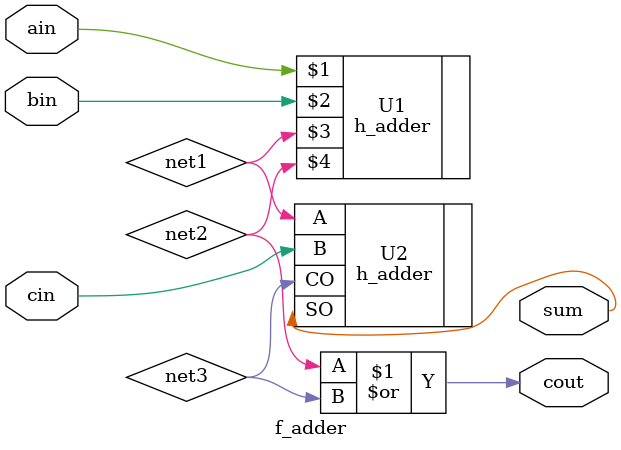
<source format=v>
module f_adder(ain,bin,cin,cout,sum);
	input ain,bin,cin;
	output cout,sum;
	wire net1,net2,net3;
	h_adder U1(ain,bin,net1,net2);
	h_adder U2(.A(net1),.SO(sum),.B(cin),.CO(net3));
	   or	  U3(cout,net2,net3);
endmodule

</source>
